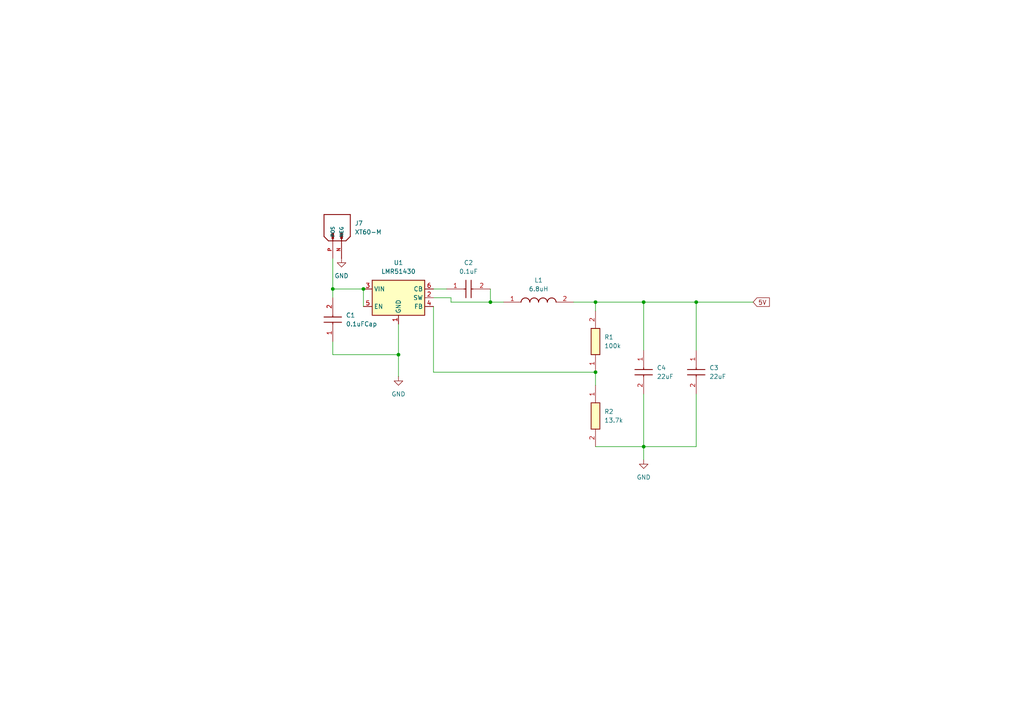
<source format=kicad_sch>
(kicad_sch (version 20231120) (generator "eeschema") (generator_version "8.0")
  (paper "A4")
  (lib_symbols
    (symbol "Regulator_Switching:LMR51430"
      (property "Reference" "U" (at -7.62 6.35 0))
      (property "Value" "LMR51430" (at 0 6.35 0))
      (symbol "LMR51430_0_1"
        (rectangle (start -7.62 5.08) (end 7.62 -5.08) (stroke (width 0.254)) (fill (type background)))
      )
      (symbol "LMR51430_1_1"
        (pin power_in line (at 0 -7.62 90) (length 2.54) (name "GND") (number "1"))
        (pin power_out line (at 10.16 0 180) (length 2.54) (name "SW") (number "2"))
        (pin power_in line (at -10.16 2.54 0) (length 2.54) (name "VIN") (number "3"))
        (pin input line (at 10.16 -2.54 180) (length 2.54) (name "FB") (number "4"))
        (pin input line (at -10.16 -2.54 0) (length 2.54) (name "EN") (number "5"))
        (pin passive line (at 10.16 2.54 180) (length 2.54) (name "CB") (number "6"))
      )
    )
    (symbol "group127:0.1uFCap" (pin_names hide)
      (property "Reference" "C" (at 8.89 6.35 0))
      (property "Value" "0.1uFCap" (at 8.89 3.81 0))
      (symbol "0.1uFCap_1_1"
        (polyline (pts (xy 5.08 0) (xy 5.588 0)) (stroke (width 0.254)))
        (polyline (pts (xy 5.588 2.54) (xy 5.588 -2.54)) (stroke (width 0.254)))
        (polyline (pts (xy 7.112 0) (xy 7.62 0)) (stroke (width 0.254)))
        (polyline (pts (xy 7.112 2.54) (xy 7.112 -2.54)) (stroke (width 0.254)))
        (pin passive line (at 0 0 0) (length 5.08) (name "1") (number "1"))
        (pin passive line (at 12.7 0 180) (length 5.08) (name "2") (number "2"))
      )
    )
    (symbol "group127:Inductor" (pin_names hide)
      (property "Reference" "L" (at 16.51 6.35 0))
      (property "Value" "Inductor" (at 16.51 3.81 0))
      (symbol "Inductor_1_1"
        (arc (start 7.62 0) (mid 6.35 1.219) (end 5.08 0) (stroke (width 0.254)))
        (arc (start 10.16 0) (mid 8.89 1.219) (end 7.62 0) (stroke (width 0.254)))
        (arc (start 12.7 0) (mid 11.43 1.219) (end 10.16 0) (stroke (width 0.254)))
        (arc (start 15.24 0) (mid 13.97 1.219) (end 12.7 0) (stroke (width 0.254)))
        (pin passive line (at 0 0 0) (length 5.08) (name "1") (number "1"))
        (pin passive line (at 20.32 0 180) (length 5.08) (name "2") (number "2"))
      )
    )
    (symbol "group127:Resistor" (pin_names hide)
      (property "Reference" "R" (at 13.97 6.35 0))
      (property "Value" "Resistor" (at 13.97 3.81 0))
      (symbol "Resistor_1_1"
        (rectangle (start 5.08 1.27) (end 12.7 -1.27) (stroke (width 0.254)) (fill (type background)))
        (pin passive line (at 0 0 0) (length 5.08) (name "1") (number "1"))
        (pin passive line (at 17.78 0 180) (length 5.08) (name "2") (number "2"))
      )
    )
    (symbol "group127:XT60-M" (pin_names (offset 1.016))
      (property "Reference" "J" (at 0 6.35 0))
      (property "Value" "XT60-M" (at 0 -5.08 0))
      (symbol "XT60-M_0_0"
        (polyline (pts (xy 0 -1.27) (xy 1.27 -2.54)) (stroke (width 0.254)))
        (polyline (pts (xy 0 0) (xy 1.905 0)) (stroke (width 0.254)))
        (polyline (pts (xy 0 2.54) (xy 0 -1.27)) (stroke (width 0.254)))
        (polyline (pts (xy 0 2.54) (xy 1.905 2.54)) (stroke (width 0.254)))
        (polyline (pts (xy 0 3.81) (xy 0 2.54)) (stroke (width 0.254)))
        (polyline (pts (xy 0 3.81) (xy 1.27 5.08)) (stroke (width 0.254)))
        (polyline (pts (xy 1.27 -2.54) (xy 7.62 -2.54)) (stroke (width 0.254)))
        (polyline (pts (xy 7.62 -2.54) (xy 7.62 5.08)) (stroke (width 0.254)))
        (polyline (pts (xy 7.62 5.08) (xy 1.27 5.08)) (stroke (width 0.254)))
        (rectangle (start 0.635 -0.3175) (end 2.2225 0.3175) (stroke (width 0.1)) (fill (type outline)))
        (rectangle (start 0.635 2.2225) (end 2.2225 2.8575) (stroke (width 0.1)) (fill (type outline)))
        (pin passive line (at -5.08 0 0) (length 5.08) (name "NEG") (number "N"))
        (pin passive line (at -5.08 2.54 0) (length 5.08) (name "POS") (number "P"))
      )
    )
    (symbol "power:GND" (power) (pin_numbers hide) (pin_names (offset 0) hide)
      (property "Value" "GND" (at 0 -3.81 0))
      (symbol "GND_0_1"
        (polyline (pts (xy 0 0) (xy 0 -1.27) (xy 1.27 -1.27) (xy 0 -2.54) (xy -1.27 -1.27) (xy 0 -1.27)))
      )
      (symbol "GND_1_1"
        (pin power_in line (at 0 0 270) (length 0) (name "~") (number "1"))
      )
    )
  )
  (junction (at 186.69 129.54))
  (junction (at 172.72 107.95))
  (junction (at 201.93 87.63))
  (junction (at 186.69 87.63))
  (junction (at 96.52 83.82))
  (junction (at 172.72 87.63))
  (junction (at 115.57 102.87))
  (junction (at 105.41 83.82))
  (junction (at 142.24 87.63))
  (wire (pts (xy 125.73 86.36) (xy 130.81 86.36)))
  (wire (pts (xy 201.93 87.63) (xy 201.93 101.6)))
  (wire (pts (xy 96.52 74.93) (xy 96.52 83.82)))
  (wire (pts (xy 96.52 83.82) (xy 96.52 86.36)))
  (wire (pts (xy 186.69 114.3) (xy 186.69 129.54)))
  (wire (pts (xy 125.73 107.95) (xy 125.73 88.9)))
  (wire (pts (xy 142.24 87.63) (xy 146.05 87.63)))
  (wire (pts (xy 130.81 87.63) (xy 142.24 87.63)))
  (wire (pts (xy 115.57 93.98) (xy 115.57 102.87)))
  (wire (pts (xy 201.93 87.63) (xy 218.44 87.63)))
  (wire (pts (xy 186.69 129.54) (xy 186.69 133.35)))
  (wire (pts (xy 105.41 83.82) (xy 105.41 88.9)))
  (wire (pts (xy 166.37 87.63) (xy 172.72 87.63)))
  (wire (pts (xy 115.57 109.22) (xy 115.57 102.87)))
  (wire (pts (xy 172.72 107.95) (xy 172.72 111.76)))
  (wire (pts (xy 142.24 87.63) (xy 142.24 83.82)))
  (wire (pts (xy 186.69 101.6) (xy 186.69 87.63)))
  (wire (pts (xy 172.72 87.63) (xy 186.69 87.63)))
  (wire (pts (xy 201.93 114.3) (xy 201.93 129.54)))
  (wire (pts (xy 186.69 87.63) (xy 201.93 87.63)))
  (wire (pts (xy 125.73 83.82) (xy 129.54 83.82)))
  (wire (pts (xy 172.72 107.95) (xy 125.73 107.95)))
  (wire (pts (xy 96.52 102.87) (xy 96.52 99.06)))
  (wire (pts (xy 115.57 102.87) (xy 96.52 102.87)))
  (wire (pts (xy 186.69 129.54) (xy 172.72 129.54)))
  (wire (pts (xy 172.72 87.63) (xy 172.72 90.17)))
  (wire (pts (xy 96.52 83.82) (xy 105.41 83.82)))
  (wire (pts (xy 201.93 129.54) (xy 186.69 129.54)))
  (wire (pts (xy 130.81 86.36) (xy 130.81 87.63)))
  (global_label "5V" (shape input) (at 218.44 87.63 0) (property "Intersheetrefs" "${INTERSHEET_REFS}" (effects (hide yes))))
  (symbol (lib_id "group127:Resistor") (at 172.72 107.95 90) (unit 1)
    (property "Reference" "R1" (at 175.26 97.7899 90) (effects (justify right)))
    (property "Value" "100k" (at 175.26 100.3299 90) (effects (justify right)))
    (property "Footprint" "Resistor_SMD:R_0805_2012Metric" (effects (hide yes)))
    (property "Datasheet" "https://www.bourns.com/pdfs/chpreztr.pdf" (effects (hide yes)))
    (property "Description" "Thick Film Resistors - SMD 270ohm 1%" (effects (hide yes)))
    (property "Height" "0.6" (effects (hide yes)))
    (property "Mouser Part Number" "652-CR0805FX-2700ELF" (effects (hide yes)))
    (property "Mouser Price/Stock" "https://www.mouser.co.uk/ProductDetail/Bourns/CR0805-FX-2700ELF?qs=4vGXhLEMbUwfoxAMFQ260A%3D%3D" (effects (hide yes)))
    (property "Manufacturer_Name" "Bourns" (effects (hide yes)))
    (property "Manufacturer_Part_Number" "CR0805-FX-2700ELF" (effects (hide yes)))
  )
  (symbol (lib_id "group127:0.1uFCap") (at 201.93 101.6 270) (unit 1)
    (property "Reference" "C3" (at 205.74 106.6799 90) (effects (justify left)))
    (property "Value" "22uF" (at 205.74 109.2199 90) (effects (justify left)))
    (property "Footprint" "Capacitor_SMD:C_0805_2012Metric" (effects (hide yes)))
    (property "Datasheet" "http://datasheets.avx.com/X7RDielectric.pdf" (effects (hide yes)))
    (property "Description" "0805 X7R ceramic capacitor,100nF 50V AVX 0805 Standard 100nF Ceramic Multilayer Capacitor, 50 V dc, +125degC, X7R Dielectric,  /-10% SMD" (effects (hide yes)))
    (property "Height" "0.94" (effects (hide yes)))
    (property "Mouser Part Number" "581-08055C104K" (effects (hide yes)))
    (property "Mouser Price/Stock" "https://www.mouser.co.uk/ProductDetail/KYOCERA-AVX/08055C104KAT2A?qs=2ujN4bDBNE9mJvapP%252BjopA%3D%3D" (effects (hide yes)))
    (property "Manufacturer_Name" "Kyocera AVX" (effects (hide yes)))
    (property "Manufacturer_Part_Number" "08055C104KAT2A" (effects (hide yes)))
  )
  (symbol (lib_id "group127:XT60-M") (at 99.06 69.85 90) (unit 1)
    (property "Reference" "J7" (at 102.87 64.7699 90) (effects (justify right)))
    (property "Value" "XT60-M" (at 102.87 67.3099 90) (effects (justify right)))
    (property "Footprint" "group127:XT60-M" (effects (hide yes)))
    (property "MF" "AMASS" (effects (hide yes)))
    (property "MAXIMUM_PACKAGE_HEIGHT" "16.00 mm" (effects (hide yes)))
    (property "Package" "Package" (effects (hide yes)))
    (property "Price" "None" (effects (hide yes)))
    (property "Check_prices" "https://www.snapeda.com/parts/XT60-M/AMASS/view-part/?ref=eda" (effects (hide yes)))
    (property "STANDARD" "IPC 7351B" (effects (hide yes)))
    (property "PARTREV" "V1.2" (effects (hide yes)))
    (property "SnapEDA_Link" "https://www.snapeda.com/parts/XT60-M/AMASS/view-part/?ref=snap" (effects (hide yes)))
    (property "MP" "XT60-M" (effects (hide yes)))
    (property "Description_1" "\n                        \n                            Plug; DC supply; XT60; male; PIN: 2; for cable; soldered; 30A; 500V\n                        \n" (effects (hide yes)))
    (property "Availability" "Not in stock" (effects (hide yes)))
    (property "MANUFACTURER" "AMASS" (effects (hide yes)))
  )
  (symbol (lib_id "power:GND") (at 115.57 109.22 0) (unit 1)
    (property "Reference" "#PWR02" (effects (hide yes)))
    (property "Value" "GND" (at 115.57 114.3 0))
    (property "Description" "Power symbol creates a global label with name \"GND\" , ground" (effects (hide yes)))
  )
  (symbol (lib_id "power:GND") (at 186.69 133.35 0) (unit 1)
    (property "Reference" "#PWR03" (effects (hide yes)))
    (property "Value" "GND" (at 186.69 138.43 0))
    (property "Description" "Power symbol creates a global label with name \"GND\" , ground" (effects (hide yes)))
  )
  (symbol (lib_id "group127:0.1uFCap") (at 129.54 83.82 0) (unit 1)
    (property "Reference" "C2" (at 135.89 76.2 0))
    (property "Value" "0.1uF" (at 135.89 78.74 0))
    (property "Footprint" "Capacitor_SMD:C_0805_2012Metric" (effects (hide yes)))
    (property "Datasheet" "http://datasheets.avx.com/X7RDielectric.pdf" (effects (hide yes)))
    (property "Description" "0805 X7R ceramic capacitor,100nF 50V AVX 0805 Standard 100nF Ceramic Multilayer Capacitor, 50 V dc, +125degC, X7R Dielectric,  /-10% SMD" (effects (hide yes)))
    (property "Height" "0.94" (effects (hide yes)))
    (property "Mouser Part Number" "581-08055C104K" (effects (hide yes)))
    (property "Mouser Price/Stock" "https://www.mouser.co.uk/ProductDetail/KYOCERA-AVX/08055C104KAT2A?qs=2ujN4bDBNE9mJvapP%252BjopA%3D%3D" (effects (hide yes)))
    (property "Manufacturer_Name" "Kyocera AVX" (effects (hide yes)))
    (property "Manufacturer_Part_Number" "08055C104KAT2A" (effects (hide yes)))
  )
  (symbol (lib_id "group127:Inductor") (at 146.05 87.63 0) (unit 1)
    (property "Reference" "L1" (at 156.21 81.28 0))
    (property "Value" "6.8uH" (at 156.21 83.82 0))
    (property "Footprint" "group127:Inductor" (effects (hide yes)))
    (property "Datasheet" "https://www.we-online.com/catalog/datasheet/7447707068.pdf" (effects (hide yes)))
    (property "Description" "Fixed Inductors WE-PD 6.8uH 6.8A DCR=14mOhms AECQ200" (effects (hide yes)))
    (property "Height" "8" (effects (hide yes)))
    (property "Mouser Part Number" "710-7447707068" (effects (hide yes)))
    (property "Mouser Price/Stock" "https://www.mouser.co.uk/ProductDetail/Wurth-Elektronik/7447707068?qs=DPoM0jnrROWfbxCQMEiz4A%3D%3D" (effects (hide yes)))
    (property "Manufacturer_Name" "Wurth Elektronik" (effects (hide yes)))
    (property "Manufacturer_Part_Number" "7447707068" (effects (hide yes)))
  )
  (symbol (lib_id "group127:0.1uFCap") (at 186.69 101.6 270) (unit 1)
    (property "Reference" "C4" (at 190.5 106.6799 90) (effects (justify left)))
    (property "Value" "22uF" (at 190.5 109.2199 90) (effects (justify left)))
    (property "Footprint" "Capacitor_SMD:C_0805_2012Metric" (effects (hide yes)))
    (property "Datasheet" "http://datasheets.avx.com/X7RDielectric.pdf" (effects (hide yes)))
    (property "Description" "0805 X7R ceramic capacitor,100nF 50V AVX 0805 Standard 100nF Ceramic Multilayer Capacitor, 50 V dc, +125degC, X7R Dielectric,  /-10% SMD" (effects (hide yes)))
    (property "Height" "0.94" (effects (hide yes)))
    (property "Mouser Part Number" "581-08055C104K" (effects (hide yes)))
    (property "Mouser Price/Stock" "https://www.mouser.co.uk/ProductDetail/KYOCERA-AVX/08055C104KAT2A?qs=2ujN4bDBNE9mJvapP%252BjopA%3D%3D" (effects (hide yes)))
    (property "Manufacturer_Name" "Kyocera AVX" (effects (hide yes)))
    (property "Manufacturer_Part_Number" "08055C104KAT2A" (effects (hide yes)))
  )
  (symbol (lib_id "power:GND") (at 99.06 74.93 0) (unit 1)
    (property "Reference" "#PWR019" (effects (hide yes)))
    (property "Value" "GND" (at 99.06 80.01 0))
    (property "Description" "Power symbol creates a global label with name \"GND\" , ground" (effects (hide yes)))
  )
  (symbol (lib_id "Regulator_Switching:LMR51430") (at 115.57 86.36 0) (unit 1)
    (property "Reference" "U1" (at 115.57 76.2 0))
    (property "Value" "LMR51430" (at 115.57 78.74 0))
    (property "Footprint" "Package_TO_SOT_SMD:SOT-23-6" (effects (hide yes)))
    (property "Datasheet" "https://www.ti.com/lit/ds/symlink/lmr51430.pdf" (effects (hide yes)))
    (property "Description" "4.5-V to 36-V, 3-A synchronous buck converter with 40-µA IQ, SOT-23-6" (effects (hide yes)))
  )
  (symbol (lib_id "group127:0.1uFCap") (at 96.52 99.06 90) (unit 1)
    (property "Reference" "C1" (at 100.33 91.4399 90) (effects (justify right)))
    (property "Value" "0.1uFCap" (at 100.33 93.9799 90) (effects (justify right)))
    (property "Footprint" "Capacitor_SMD:C_0805_2012Metric" (effects (hide yes)))
    (property "Datasheet" "http://datasheets.avx.com/X7RDielectric.pdf" (effects (hide yes)))
    (property "Description" "0805 X7R ceramic capacitor,100nF 50V AVX 0805 Standard 100nF Ceramic Multilayer Capacitor, 50 V dc, +125degC, X7R Dielectric,  /-10% SMD" (effects (hide yes)))
    (property "Height" "0.94" (effects (hide yes)))
    (property "Mouser Part Number" "581-08055C104K" (effects (hide yes)))
    (property "Mouser Price/Stock" "https://www.mouser.co.uk/ProductDetail/KYOCERA-AVX/08055C104KAT2A?qs=2ujN4bDBNE9mJvapP%252BjopA%3D%3D" (effects (hide yes)))
    (property "Manufacturer_Name" "Kyocera AVX" (effects (hide yes)))
    (property "Manufacturer_Part_Number" "08055C104KAT2A" (effects (hide yes)))
  )
  (symbol (lib_id "group127:Resistor") (at 172.72 111.76 270) (unit 1)
    (property "Reference" "R2" (at 175.26 119.3799 90) (effects (justify left)))
    (property "Value" "13.7k" (at 175.26 121.9199 90) (effects (justify left)))
    (property "Footprint" "Resistor_SMD:R_0805_2012Metric" (effects (hide yes)))
    (property "Datasheet" "https://www.bourns.com/pdfs/chpreztr.pdf" (effects (hide yes)))
    (property "Description" "Thick Film Resistors - SMD 270ohm 1%" (effects (hide yes)))
    (property "Height" "0.6" (effects (hide yes)))
    (property "Mouser Part Number" "652-CR0805FX-2700ELF" (effects (hide yes)))
    (property "Mouser Price/Stock" "https://www.mouser.co.uk/ProductDetail/Bourns/CR0805-FX-2700ELF?qs=4vGXhLEMbUwfoxAMFQ260A%3D%3D" (effects (hide yes)))
    (property "Manufacturer_Name" "Bourns" (effects (hide yes)))
    (property "Manufacturer_Part_Number" "CR0805-FX-2700ELF" (effects (hide yes)))
  )
)
</source>
